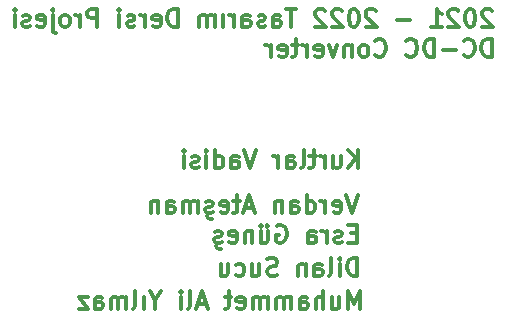
<source format=gbr>
G04 #@! TF.GenerationSoftware,KiCad,Pcbnew,(5.0.2)-1*
G04 #@! TF.CreationDate,2021-12-13T13:30:45+03:00*
G04 #@! TF.ProjectId,tasarim,74617361-7269-46d2-9e6b-696361645f70,rev?*
G04 #@! TF.SameCoordinates,Original*
G04 #@! TF.FileFunction,Legend,Bot*
G04 #@! TF.FilePolarity,Positive*
%FSLAX46Y46*%
G04 Gerber Fmt 4.6, Leading zero omitted, Abs format (unit mm)*
G04 Created by KiCad (PCBNEW (5.0.2)-1) date 13.12.2021 13:30:45*
%MOMM*%
%LPD*%
G01*
G04 APERTURE LIST*
%ADD10C,0.300000*%
G04 APERTURE END LIST*
D10*
X180477428Y-107104571D02*
X180477428Y-105604571D01*
X179977428Y-106676000D01*
X179477428Y-105604571D01*
X179477428Y-107104571D01*
X178120285Y-106104571D02*
X178120285Y-107104571D01*
X178763142Y-106104571D02*
X178763142Y-106890285D01*
X178691714Y-107033142D01*
X178548857Y-107104571D01*
X178334571Y-107104571D01*
X178191714Y-107033142D01*
X178120285Y-106961714D01*
X177406000Y-107104571D02*
X177406000Y-105604571D01*
X176763142Y-107104571D02*
X176763142Y-106318857D01*
X176834571Y-106176000D01*
X176977428Y-106104571D01*
X177191714Y-106104571D01*
X177334571Y-106176000D01*
X177406000Y-106247428D01*
X175406000Y-107104571D02*
X175406000Y-106318857D01*
X175477428Y-106176000D01*
X175620285Y-106104571D01*
X175906000Y-106104571D01*
X176048857Y-106176000D01*
X175406000Y-107033142D02*
X175548857Y-107104571D01*
X175906000Y-107104571D01*
X176048857Y-107033142D01*
X176120285Y-106890285D01*
X176120285Y-106747428D01*
X176048857Y-106604571D01*
X175906000Y-106533142D01*
X175548857Y-106533142D01*
X175406000Y-106461714D01*
X174691714Y-107104571D02*
X174691714Y-106104571D01*
X174691714Y-106247428D02*
X174620285Y-106176000D01*
X174477428Y-106104571D01*
X174263142Y-106104571D01*
X174120285Y-106176000D01*
X174048857Y-106318857D01*
X174048857Y-107104571D01*
X174048857Y-106318857D02*
X173977428Y-106176000D01*
X173834571Y-106104571D01*
X173620285Y-106104571D01*
X173477428Y-106176000D01*
X173406000Y-106318857D01*
X173406000Y-107104571D01*
X172691714Y-107104571D02*
X172691714Y-106104571D01*
X172691714Y-106247428D02*
X172620285Y-106176000D01*
X172477428Y-106104571D01*
X172263142Y-106104571D01*
X172120285Y-106176000D01*
X172048857Y-106318857D01*
X172048857Y-107104571D01*
X172048857Y-106318857D02*
X171977428Y-106176000D01*
X171834571Y-106104571D01*
X171620285Y-106104571D01*
X171477428Y-106176000D01*
X171406000Y-106318857D01*
X171406000Y-107104571D01*
X170120285Y-107033142D02*
X170263142Y-107104571D01*
X170548857Y-107104571D01*
X170691714Y-107033142D01*
X170763142Y-106890285D01*
X170763142Y-106318857D01*
X170691714Y-106176000D01*
X170548857Y-106104571D01*
X170263142Y-106104571D01*
X170120285Y-106176000D01*
X170048857Y-106318857D01*
X170048857Y-106461714D01*
X170763142Y-106604571D01*
X169620285Y-106104571D02*
X169048857Y-106104571D01*
X169406000Y-105604571D02*
X169406000Y-106890285D01*
X169334571Y-107033142D01*
X169191714Y-107104571D01*
X169048857Y-107104571D01*
X167477428Y-106676000D02*
X166763142Y-106676000D01*
X167620285Y-107104571D02*
X167120285Y-105604571D01*
X166620285Y-107104571D01*
X165906000Y-107104571D02*
X166048857Y-107033142D01*
X166120285Y-106890285D01*
X166120285Y-105604571D01*
X165334571Y-107104571D02*
X165334571Y-106104571D01*
X165334571Y-105604571D02*
X165406000Y-105676000D01*
X165334571Y-105747428D01*
X165263142Y-105676000D01*
X165334571Y-105604571D01*
X165334571Y-105747428D01*
X163191714Y-106390285D02*
X163191714Y-107104571D01*
X163691714Y-105604571D02*
X163191714Y-106390285D01*
X162691714Y-105604571D01*
X162191714Y-107104571D02*
X162191714Y-106104571D01*
X161263142Y-107104571D02*
X161406000Y-107033142D01*
X161477428Y-106890285D01*
X161477428Y-105604571D01*
X160691714Y-107104571D02*
X160691714Y-106104571D01*
X160691714Y-106247428D02*
X160620285Y-106176000D01*
X160477428Y-106104571D01*
X160263142Y-106104571D01*
X160120285Y-106176000D01*
X160048857Y-106318857D01*
X160048857Y-107104571D01*
X160048857Y-106318857D02*
X159977428Y-106176000D01*
X159834571Y-106104571D01*
X159620285Y-106104571D01*
X159477428Y-106176000D01*
X159406000Y-106318857D01*
X159406000Y-107104571D01*
X158048857Y-107104571D02*
X158048857Y-106318857D01*
X158120285Y-106176000D01*
X158263142Y-106104571D01*
X158548857Y-106104571D01*
X158691714Y-106176000D01*
X158048857Y-107033142D02*
X158191714Y-107104571D01*
X158548857Y-107104571D01*
X158691714Y-107033142D01*
X158763142Y-106890285D01*
X158763142Y-106747428D01*
X158691714Y-106604571D01*
X158548857Y-106533142D01*
X158191714Y-106533142D01*
X158048857Y-106461714D01*
X157477428Y-106104571D02*
X156691714Y-106104571D01*
X157477428Y-107104571D01*
X156691714Y-107104571D01*
X180283714Y-104310571D02*
X180283714Y-102810571D01*
X179926571Y-102810571D01*
X179712285Y-102882000D01*
X179569428Y-103024857D01*
X179498000Y-103167714D01*
X179426571Y-103453428D01*
X179426571Y-103667714D01*
X179498000Y-103953428D01*
X179569428Y-104096285D01*
X179712285Y-104239142D01*
X179926571Y-104310571D01*
X180283714Y-104310571D01*
X178783714Y-104310571D02*
X178783714Y-103310571D01*
X178783714Y-102810571D02*
X178855142Y-102882000D01*
X178783714Y-102953428D01*
X178712285Y-102882000D01*
X178783714Y-102810571D01*
X178783714Y-102953428D01*
X177855142Y-104310571D02*
X177998000Y-104239142D01*
X178069428Y-104096285D01*
X178069428Y-102810571D01*
X176640857Y-104310571D02*
X176640857Y-103524857D01*
X176712285Y-103382000D01*
X176855142Y-103310571D01*
X177140857Y-103310571D01*
X177283714Y-103382000D01*
X176640857Y-104239142D02*
X176783714Y-104310571D01*
X177140857Y-104310571D01*
X177283714Y-104239142D01*
X177355142Y-104096285D01*
X177355142Y-103953428D01*
X177283714Y-103810571D01*
X177140857Y-103739142D01*
X176783714Y-103739142D01*
X176640857Y-103667714D01*
X175926571Y-103310571D02*
X175926571Y-104310571D01*
X175926571Y-103453428D02*
X175855142Y-103382000D01*
X175712285Y-103310571D01*
X175498000Y-103310571D01*
X175355142Y-103382000D01*
X175283714Y-103524857D01*
X175283714Y-104310571D01*
X173498000Y-104239142D02*
X173283714Y-104310571D01*
X172926571Y-104310571D01*
X172783714Y-104239142D01*
X172712285Y-104167714D01*
X172640857Y-104024857D01*
X172640857Y-103882000D01*
X172712285Y-103739142D01*
X172783714Y-103667714D01*
X172926571Y-103596285D01*
X173212285Y-103524857D01*
X173355142Y-103453428D01*
X173426571Y-103382000D01*
X173498000Y-103239142D01*
X173498000Y-103096285D01*
X173426571Y-102953428D01*
X173355142Y-102882000D01*
X173212285Y-102810571D01*
X172855142Y-102810571D01*
X172640857Y-102882000D01*
X171355142Y-103310571D02*
X171355142Y-104310571D01*
X171998000Y-103310571D02*
X171998000Y-104096285D01*
X171926571Y-104239142D01*
X171783714Y-104310571D01*
X171569428Y-104310571D01*
X171426571Y-104239142D01*
X171355142Y-104167714D01*
X169998000Y-104239142D02*
X170140857Y-104310571D01*
X170426571Y-104310571D01*
X170569428Y-104239142D01*
X170640857Y-104167714D01*
X170712285Y-104024857D01*
X170712285Y-103596285D01*
X170640857Y-103453428D01*
X170569428Y-103382000D01*
X170426571Y-103310571D01*
X170140857Y-103310571D01*
X169998000Y-103382000D01*
X168712285Y-103310571D02*
X168712285Y-104310571D01*
X169355142Y-103310571D02*
X169355142Y-104096285D01*
X169283714Y-104239142D01*
X169140857Y-104310571D01*
X168926571Y-104310571D01*
X168783714Y-104239142D01*
X168712285Y-104167714D01*
X180244000Y-100730857D02*
X179744000Y-100730857D01*
X179529714Y-101516571D02*
X180244000Y-101516571D01*
X180244000Y-100016571D01*
X179529714Y-100016571D01*
X178958285Y-101445142D02*
X178815428Y-101516571D01*
X178529714Y-101516571D01*
X178386857Y-101445142D01*
X178315428Y-101302285D01*
X178315428Y-101230857D01*
X178386857Y-101088000D01*
X178529714Y-101016571D01*
X178744000Y-101016571D01*
X178886857Y-100945142D01*
X178958285Y-100802285D01*
X178958285Y-100730857D01*
X178886857Y-100588000D01*
X178744000Y-100516571D01*
X178529714Y-100516571D01*
X178386857Y-100588000D01*
X177672571Y-101516571D02*
X177672571Y-100516571D01*
X177672571Y-100802285D02*
X177601142Y-100659428D01*
X177529714Y-100588000D01*
X177386857Y-100516571D01*
X177244000Y-100516571D01*
X176101142Y-101516571D02*
X176101142Y-100730857D01*
X176172571Y-100588000D01*
X176315428Y-100516571D01*
X176601142Y-100516571D01*
X176744000Y-100588000D01*
X176101142Y-101445142D02*
X176244000Y-101516571D01*
X176601142Y-101516571D01*
X176744000Y-101445142D01*
X176815428Y-101302285D01*
X176815428Y-101159428D01*
X176744000Y-101016571D01*
X176601142Y-100945142D01*
X176244000Y-100945142D01*
X176101142Y-100873714D01*
X173458285Y-100088000D02*
X173601142Y-100016571D01*
X173815428Y-100016571D01*
X174029714Y-100088000D01*
X174172571Y-100230857D01*
X174244000Y-100373714D01*
X174315428Y-100659428D01*
X174315428Y-100873714D01*
X174244000Y-101159428D01*
X174172571Y-101302285D01*
X174029714Y-101445142D01*
X173815428Y-101516571D01*
X173672571Y-101516571D01*
X173458285Y-101445142D01*
X173386857Y-101373714D01*
X173386857Y-100873714D01*
X173672571Y-100873714D01*
X172101142Y-100516571D02*
X172101142Y-101516571D01*
X172744000Y-100516571D02*
X172744000Y-101302285D01*
X172672571Y-101445142D01*
X172529714Y-101516571D01*
X172315428Y-101516571D01*
X172172571Y-101445142D01*
X172101142Y-101373714D01*
X172672571Y-100016571D02*
X172601142Y-100088000D01*
X172672571Y-100159428D01*
X172744000Y-100088000D01*
X172672571Y-100016571D01*
X172672571Y-100159428D01*
X172101142Y-100016571D02*
X172029714Y-100088000D01*
X172101142Y-100159428D01*
X172172571Y-100088000D01*
X172101142Y-100016571D01*
X172101142Y-100159428D01*
X171386857Y-100516571D02*
X171386857Y-101516571D01*
X171386857Y-100659428D02*
X171315428Y-100588000D01*
X171172571Y-100516571D01*
X170958285Y-100516571D01*
X170815428Y-100588000D01*
X170744000Y-100730857D01*
X170744000Y-101516571D01*
X169458285Y-101445142D02*
X169601142Y-101516571D01*
X169886857Y-101516571D01*
X170029714Y-101445142D01*
X170101142Y-101302285D01*
X170101142Y-100730857D01*
X170029714Y-100588000D01*
X169886857Y-100516571D01*
X169601142Y-100516571D01*
X169458285Y-100588000D01*
X169386857Y-100730857D01*
X169386857Y-100873714D01*
X170101142Y-101016571D01*
X168815428Y-101445142D02*
X168672571Y-101516571D01*
X168386857Y-101516571D01*
X168244000Y-101445142D01*
X168172571Y-101302285D01*
X168172571Y-101230857D01*
X168244000Y-101088000D01*
X168386857Y-101016571D01*
X168601142Y-101016571D01*
X168744000Y-100945142D01*
X168815428Y-100802285D01*
X168815428Y-100730857D01*
X168744000Y-100588000D01*
X168601142Y-100516571D01*
X168386857Y-100516571D01*
X168244000Y-100588000D01*
X168529714Y-101588000D02*
X168386857Y-101659428D01*
X168315428Y-101802285D01*
X168386857Y-101945142D01*
X168529714Y-102016571D01*
X168744000Y-102016571D01*
X180342857Y-97476571D02*
X179842857Y-98976571D01*
X179342857Y-97476571D01*
X178271428Y-98905142D02*
X178414285Y-98976571D01*
X178700000Y-98976571D01*
X178842857Y-98905142D01*
X178914285Y-98762285D01*
X178914285Y-98190857D01*
X178842857Y-98048000D01*
X178700000Y-97976571D01*
X178414285Y-97976571D01*
X178271428Y-98048000D01*
X178200000Y-98190857D01*
X178200000Y-98333714D01*
X178914285Y-98476571D01*
X177557142Y-98976571D02*
X177557142Y-97976571D01*
X177557142Y-98262285D02*
X177485714Y-98119428D01*
X177414285Y-98048000D01*
X177271428Y-97976571D01*
X177128571Y-97976571D01*
X175985714Y-98976571D02*
X175985714Y-97476571D01*
X175985714Y-98905142D02*
X176128571Y-98976571D01*
X176414285Y-98976571D01*
X176557142Y-98905142D01*
X176628571Y-98833714D01*
X176700000Y-98690857D01*
X176700000Y-98262285D01*
X176628571Y-98119428D01*
X176557142Y-98048000D01*
X176414285Y-97976571D01*
X176128571Y-97976571D01*
X175985714Y-98048000D01*
X174628571Y-98976571D02*
X174628571Y-98190857D01*
X174700000Y-98048000D01*
X174842857Y-97976571D01*
X175128571Y-97976571D01*
X175271428Y-98048000D01*
X174628571Y-98905142D02*
X174771428Y-98976571D01*
X175128571Y-98976571D01*
X175271428Y-98905142D01*
X175342857Y-98762285D01*
X175342857Y-98619428D01*
X175271428Y-98476571D01*
X175128571Y-98405142D01*
X174771428Y-98405142D01*
X174628571Y-98333714D01*
X173914285Y-97976571D02*
X173914285Y-98976571D01*
X173914285Y-98119428D02*
X173842857Y-98048000D01*
X173700000Y-97976571D01*
X173485714Y-97976571D01*
X173342857Y-98048000D01*
X173271428Y-98190857D01*
X173271428Y-98976571D01*
X171485714Y-98548000D02*
X170771428Y-98548000D01*
X171628571Y-98976571D02*
X171128571Y-97476571D01*
X170628571Y-98976571D01*
X170342857Y-97976571D02*
X169771428Y-97976571D01*
X170128571Y-97476571D02*
X170128571Y-98762285D01*
X170057142Y-98905142D01*
X169914285Y-98976571D01*
X169771428Y-98976571D01*
X168700000Y-98905142D02*
X168842857Y-98976571D01*
X169128571Y-98976571D01*
X169271428Y-98905142D01*
X169342857Y-98762285D01*
X169342857Y-98190857D01*
X169271428Y-98048000D01*
X169128571Y-97976571D01*
X168842857Y-97976571D01*
X168700000Y-98048000D01*
X168628571Y-98190857D01*
X168628571Y-98333714D01*
X169342857Y-98476571D01*
X168057142Y-98905142D02*
X167914285Y-98976571D01*
X167628571Y-98976571D01*
X167485714Y-98905142D01*
X167414285Y-98762285D01*
X167414285Y-98690857D01*
X167485714Y-98548000D01*
X167628571Y-98476571D01*
X167842857Y-98476571D01*
X167985714Y-98405142D01*
X168057142Y-98262285D01*
X168057142Y-98190857D01*
X167985714Y-98048000D01*
X167842857Y-97976571D01*
X167628571Y-97976571D01*
X167485714Y-98048000D01*
X167771428Y-99048000D02*
X167628571Y-99119428D01*
X167557142Y-99262285D01*
X167628571Y-99405142D01*
X167771428Y-99476571D01*
X167985714Y-99476571D01*
X166771428Y-98976571D02*
X166771428Y-97976571D01*
X166771428Y-98119428D02*
X166700000Y-98048000D01*
X166557142Y-97976571D01*
X166342857Y-97976571D01*
X166200000Y-98048000D01*
X166128571Y-98190857D01*
X166128571Y-98976571D01*
X166128571Y-98190857D02*
X166057142Y-98048000D01*
X165914285Y-97976571D01*
X165700000Y-97976571D01*
X165557142Y-98048000D01*
X165485714Y-98190857D01*
X165485714Y-98976571D01*
X164128571Y-98976571D02*
X164128571Y-98190857D01*
X164200000Y-98048000D01*
X164342857Y-97976571D01*
X164628571Y-97976571D01*
X164771428Y-98048000D01*
X164128571Y-98905142D02*
X164271428Y-98976571D01*
X164628571Y-98976571D01*
X164771428Y-98905142D01*
X164842857Y-98762285D01*
X164842857Y-98619428D01*
X164771428Y-98476571D01*
X164628571Y-98405142D01*
X164271428Y-98405142D01*
X164128571Y-98333714D01*
X163414285Y-97976571D02*
X163414285Y-98976571D01*
X163414285Y-98119428D02*
X163342857Y-98048000D01*
X163200000Y-97976571D01*
X162985714Y-97976571D01*
X162842857Y-98048000D01*
X162771428Y-98190857D01*
X162771428Y-98976571D01*
X191645714Y-85768571D02*
X191645714Y-84268571D01*
X191288571Y-84268571D01*
X191074285Y-84340000D01*
X190931428Y-84482857D01*
X190860000Y-84625714D01*
X190788571Y-84911428D01*
X190788571Y-85125714D01*
X190860000Y-85411428D01*
X190931428Y-85554285D01*
X191074285Y-85697142D01*
X191288571Y-85768571D01*
X191645714Y-85768571D01*
X189288571Y-85625714D02*
X189360000Y-85697142D01*
X189574285Y-85768571D01*
X189717142Y-85768571D01*
X189931428Y-85697142D01*
X190074285Y-85554285D01*
X190145714Y-85411428D01*
X190217142Y-85125714D01*
X190217142Y-84911428D01*
X190145714Y-84625714D01*
X190074285Y-84482857D01*
X189931428Y-84340000D01*
X189717142Y-84268571D01*
X189574285Y-84268571D01*
X189360000Y-84340000D01*
X189288571Y-84411428D01*
X188645714Y-85197142D02*
X187502857Y-85197142D01*
X186788571Y-85768571D02*
X186788571Y-84268571D01*
X186431428Y-84268571D01*
X186217142Y-84340000D01*
X186074285Y-84482857D01*
X186002857Y-84625714D01*
X185931428Y-84911428D01*
X185931428Y-85125714D01*
X186002857Y-85411428D01*
X186074285Y-85554285D01*
X186217142Y-85697142D01*
X186431428Y-85768571D01*
X186788571Y-85768571D01*
X184431428Y-85625714D02*
X184502857Y-85697142D01*
X184717142Y-85768571D01*
X184860000Y-85768571D01*
X185074285Y-85697142D01*
X185217142Y-85554285D01*
X185288571Y-85411428D01*
X185360000Y-85125714D01*
X185360000Y-84911428D01*
X185288571Y-84625714D01*
X185217142Y-84482857D01*
X185074285Y-84340000D01*
X184860000Y-84268571D01*
X184717142Y-84268571D01*
X184502857Y-84340000D01*
X184431428Y-84411428D01*
X181788571Y-85625714D02*
X181860000Y-85697142D01*
X182074285Y-85768571D01*
X182217142Y-85768571D01*
X182431428Y-85697142D01*
X182574285Y-85554285D01*
X182645714Y-85411428D01*
X182717142Y-85125714D01*
X182717142Y-84911428D01*
X182645714Y-84625714D01*
X182574285Y-84482857D01*
X182431428Y-84340000D01*
X182217142Y-84268571D01*
X182074285Y-84268571D01*
X181860000Y-84340000D01*
X181788571Y-84411428D01*
X180931428Y-85768571D02*
X181074285Y-85697142D01*
X181145714Y-85625714D01*
X181217142Y-85482857D01*
X181217142Y-85054285D01*
X181145714Y-84911428D01*
X181074285Y-84840000D01*
X180931428Y-84768571D01*
X180717142Y-84768571D01*
X180574285Y-84840000D01*
X180502857Y-84911428D01*
X180431428Y-85054285D01*
X180431428Y-85482857D01*
X180502857Y-85625714D01*
X180574285Y-85697142D01*
X180717142Y-85768571D01*
X180931428Y-85768571D01*
X179788571Y-84768571D02*
X179788571Y-85768571D01*
X179788571Y-84911428D02*
X179717142Y-84840000D01*
X179574285Y-84768571D01*
X179360000Y-84768571D01*
X179217142Y-84840000D01*
X179145714Y-84982857D01*
X179145714Y-85768571D01*
X178574285Y-84768571D02*
X178217142Y-85768571D01*
X177860000Y-84768571D01*
X176717142Y-85697142D02*
X176860000Y-85768571D01*
X177145714Y-85768571D01*
X177288571Y-85697142D01*
X177360000Y-85554285D01*
X177360000Y-84982857D01*
X177288571Y-84840000D01*
X177145714Y-84768571D01*
X176860000Y-84768571D01*
X176717142Y-84840000D01*
X176645714Y-84982857D01*
X176645714Y-85125714D01*
X177360000Y-85268571D01*
X176002857Y-85768571D02*
X176002857Y-84768571D01*
X176002857Y-85054285D02*
X175931428Y-84911428D01*
X175860000Y-84840000D01*
X175717142Y-84768571D01*
X175574285Y-84768571D01*
X175288571Y-84768571D02*
X174717142Y-84768571D01*
X175074285Y-84268571D02*
X175074285Y-85554285D01*
X175002857Y-85697142D01*
X174860000Y-85768571D01*
X174717142Y-85768571D01*
X173645714Y-85697142D02*
X173788571Y-85768571D01*
X174074285Y-85768571D01*
X174217142Y-85697142D01*
X174288571Y-85554285D01*
X174288571Y-84982857D01*
X174217142Y-84840000D01*
X174074285Y-84768571D01*
X173788571Y-84768571D01*
X173645714Y-84840000D01*
X173574285Y-84982857D01*
X173574285Y-85125714D01*
X174288571Y-85268571D01*
X172931428Y-85768571D02*
X172931428Y-84768571D01*
X172931428Y-85054285D02*
X172860000Y-84911428D01*
X172788571Y-84840000D01*
X172645714Y-84768571D01*
X172502857Y-84768571D01*
X191700000Y-81871428D02*
X191628571Y-81800000D01*
X191485714Y-81728571D01*
X191128571Y-81728571D01*
X190985714Y-81800000D01*
X190914285Y-81871428D01*
X190842857Y-82014285D01*
X190842857Y-82157142D01*
X190914285Y-82371428D01*
X191771428Y-83228571D01*
X190842857Y-83228571D01*
X189914285Y-81728571D02*
X189771428Y-81728571D01*
X189628571Y-81800000D01*
X189557142Y-81871428D01*
X189485714Y-82014285D01*
X189414285Y-82300000D01*
X189414285Y-82657142D01*
X189485714Y-82942857D01*
X189557142Y-83085714D01*
X189628571Y-83157142D01*
X189771428Y-83228571D01*
X189914285Y-83228571D01*
X190057142Y-83157142D01*
X190128571Y-83085714D01*
X190200000Y-82942857D01*
X190271428Y-82657142D01*
X190271428Y-82300000D01*
X190200000Y-82014285D01*
X190128571Y-81871428D01*
X190057142Y-81800000D01*
X189914285Y-81728571D01*
X188842857Y-81871428D02*
X188771428Y-81800000D01*
X188628571Y-81728571D01*
X188271428Y-81728571D01*
X188128571Y-81800000D01*
X188057142Y-81871428D01*
X187985714Y-82014285D01*
X187985714Y-82157142D01*
X188057142Y-82371428D01*
X188914285Y-83228571D01*
X187985714Y-83228571D01*
X186557142Y-83228571D02*
X187414285Y-83228571D01*
X186985714Y-83228571D02*
X186985714Y-81728571D01*
X187128571Y-81942857D01*
X187271428Y-82085714D01*
X187414285Y-82157142D01*
X184771428Y-82657142D02*
X183628571Y-82657142D01*
X181842857Y-81871428D02*
X181771428Y-81800000D01*
X181628571Y-81728571D01*
X181271428Y-81728571D01*
X181128571Y-81800000D01*
X181057142Y-81871428D01*
X180985714Y-82014285D01*
X180985714Y-82157142D01*
X181057142Y-82371428D01*
X181914285Y-83228571D01*
X180985714Y-83228571D01*
X180057142Y-81728571D02*
X179914285Y-81728571D01*
X179771428Y-81800000D01*
X179700000Y-81871428D01*
X179628571Y-82014285D01*
X179557142Y-82300000D01*
X179557142Y-82657142D01*
X179628571Y-82942857D01*
X179700000Y-83085714D01*
X179771428Y-83157142D01*
X179914285Y-83228571D01*
X180057142Y-83228571D01*
X180200000Y-83157142D01*
X180271428Y-83085714D01*
X180342857Y-82942857D01*
X180414285Y-82657142D01*
X180414285Y-82300000D01*
X180342857Y-82014285D01*
X180271428Y-81871428D01*
X180200000Y-81800000D01*
X180057142Y-81728571D01*
X178985714Y-81871428D02*
X178914285Y-81800000D01*
X178771428Y-81728571D01*
X178414285Y-81728571D01*
X178271428Y-81800000D01*
X178200000Y-81871428D01*
X178128571Y-82014285D01*
X178128571Y-82157142D01*
X178200000Y-82371428D01*
X179057142Y-83228571D01*
X178128571Y-83228571D01*
X177557142Y-81871428D02*
X177485714Y-81800000D01*
X177342857Y-81728571D01*
X176985714Y-81728571D01*
X176842857Y-81800000D01*
X176771428Y-81871428D01*
X176700000Y-82014285D01*
X176700000Y-82157142D01*
X176771428Y-82371428D01*
X177628571Y-83228571D01*
X176700000Y-83228571D01*
X175128571Y-81728571D02*
X174271428Y-81728571D01*
X174700000Y-83228571D02*
X174700000Y-81728571D01*
X173128571Y-83228571D02*
X173128571Y-82442857D01*
X173200000Y-82300000D01*
X173342857Y-82228571D01*
X173628571Y-82228571D01*
X173771428Y-82300000D01*
X173128571Y-83157142D02*
X173271428Y-83228571D01*
X173628571Y-83228571D01*
X173771428Y-83157142D01*
X173842857Y-83014285D01*
X173842857Y-82871428D01*
X173771428Y-82728571D01*
X173628571Y-82657142D01*
X173271428Y-82657142D01*
X173128571Y-82585714D01*
X172485714Y-83157142D02*
X172342857Y-83228571D01*
X172057142Y-83228571D01*
X171914285Y-83157142D01*
X171842857Y-83014285D01*
X171842857Y-82942857D01*
X171914285Y-82800000D01*
X172057142Y-82728571D01*
X172271428Y-82728571D01*
X172414285Y-82657142D01*
X172485714Y-82514285D01*
X172485714Y-82442857D01*
X172414285Y-82300000D01*
X172271428Y-82228571D01*
X172057142Y-82228571D01*
X171914285Y-82300000D01*
X170557142Y-83228571D02*
X170557142Y-82442857D01*
X170628571Y-82300000D01*
X170771428Y-82228571D01*
X171057142Y-82228571D01*
X171200000Y-82300000D01*
X170557142Y-83157142D02*
X170700000Y-83228571D01*
X171057142Y-83228571D01*
X171200000Y-83157142D01*
X171271428Y-83014285D01*
X171271428Y-82871428D01*
X171200000Y-82728571D01*
X171057142Y-82657142D01*
X170700000Y-82657142D01*
X170557142Y-82585714D01*
X169842857Y-83228571D02*
X169842857Y-82228571D01*
X169842857Y-82514285D02*
X169771428Y-82371428D01*
X169700000Y-82300000D01*
X169557142Y-82228571D01*
X169414285Y-82228571D01*
X168914285Y-83228571D02*
X168914285Y-82228571D01*
X168200000Y-83228571D02*
X168200000Y-82228571D01*
X168200000Y-82371428D02*
X168128571Y-82300000D01*
X167985714Y-82228571D01*
X167771428Y-82228571D01*
X167628571Y-82300000D01*
X167557142Y-82442857D01*
X167557142Y-83228571D01*
X167557142Y-82442857D02*
X167485714Y-82300000D01*
X167342857Y-82228571D01*
X167128571Y-82228571D01*
X166985714Y-82300000D01*
X166914285Y-82442857D01*
X166914285Y-83228571D01*
X165057142Y-83228571D02*
X165057142Y-81728571D01*
X164700000Y-81728571D01*
X164485714Y-81800000D01*
X164342857Y-81942857D01*
X164271428Y-82085714D01*
X164200000Y-82371428D01*
X164200000Y-82585714D01*
X164271428Y-82871428D01*
X164342857Y-83014285D01*
X164485714Y-83157142D01*
X164700000Y-83228571D01*
X165057142Y-83228571D01*
X162985714Y-83157142D02*
X163128571Y-83228571D01*
X163414285Y-83228571D01*
X163557142Y-83157142D01*
X163628571Y-83014285D01*
X163628571Y-82442857D01*
X163557142Y-82300000D01*
X163414285Y-82228571D01*
X163128571Y-82228571D01*
X162985714Y-82300000D01*
X162914285Y-82442857D01*
X162914285Y-82585714D01*
X163628571Y-82728571D01*
X162271428Y-83228571D02*
X162271428Y-82228571D01*
X162271428Y-82514285D02*
X162200000Y-82371428D01*
X162128571Y-82300000D01*
X161985714Y-82228571D01*
X161842857Y-82228571D01*
X161414285Y-83157142D02*
X161271428Y-83228571D01*
X160985714Y-83228571D01*
X160842857Y-83157142D01*
X160771428Y-83014285D01*
X160771428Y-82942857D01*
X160842857Y-82800000D01*
X160985714Y-82728571D01*
X161200000Y-82728571D01*
X161342857Y-82657142D01*
X161414285Y-82514285D01*
X161414285Y-82442857D01*
X161342857Y-82300000D01*
X161200000Y-82228571D01*
X160985714Y-82228571D01*
X160842857Y-82300000D01*
X160128571Y-83228571D02*
X160128571Y-82228571D01*
X160128571Y-81728571D02*
X160200000Y-81800000D01*
X160128571Y-81871428D01*
X160057142Y-81800000D01*
X160128571Y-81728571D01*
X160128571Y-81871428D01*
X158271428Y-83228571D02*
X158271428Y-81728571D01*
X157700000Y-81728571D01*
X157557142Y-81800000D01*
X157485714Y-81871428D01*
X157414285Y-82014285D01*
X157414285Y-82228571D01*
X157485714Y-82371428D01*
X157557142Y-82442857D01*
X157700000Y-82514285D01*
X158271428Y-82514285D01*
X156771428Y-83228571D02*
X156771428Y-82228571D01*
X156771428Y-82514285D02*
X156700000Y-82371428D01*
X156628571Y-82300000D01*
X156485714Y-82228571D01*
X156342857Y-82228571D01*
X155628571Y-83228571D02*
X155771428Y-83157142D01*
X155842857Y-83085714D01*
X155914285Y-82942857D01*
X155914285Y-82514285D01*
X155842857Y-82371428D01*
X155771428Y-82300000D01*
X155628571Y-82228571D01*
X155414285Y-82228571D01*
X155271428Y-82300000D01*
X155200000Y-82371428D01*
X155128571Y-82514285D01*
X155128571Y-82942857D01*
X155200000Y-83085714D01*
X155271428Y-83157142D01*
X155414285Y-83228571D01*
X155628571Y-83228571D01*
X154485714Y-82228571D02*
X154485714Y-83514285D01*
X154557142Y-83657142D01*
X154700000Y-83728571D01*
X154771428Y-83728571D01*
X154485714Y-81728571D02*
X154557142Y-81800000D01*
X154485714Y-81871428D01*
X154414285Y-81800000D01*
X154485714Y-81728571D01*
X154485714Y-81871428D01*
X153200000Y-83157142D02*
X153342857Y-83228571D01*
X153628571Y-83228571D01*
X153771428Y-83157142D01*
X153842857Y-83014285D01*
X153842857Y-82442857D01*
X153771428Y-82300000D01*
X153628571Y-82228571D01*
X153342857Y-82228571D01*
X153200000Y-82300000D01*
X153128571Y-82442857D01*
X153128571Y-82585714D01*
X153842857Y-82728571D01*
X152557142Y-83157142D02*
X152414285Y-83228571D01*
X152128571Y-83228571D01*
X151985714Y-83157142D01*
X151914285Y-83014285D01*
X151914285Y-82942857D01*
X151985714Y-82800000D01*
X152128571Y-82728571D01*
X152342857Y-82728571D01*
X152485714Y-82657142D01*
X152557142Y-82514285D01*
X152557142Y-82442857D01*
X152485714Y-82300000D01*
X152342857Y-82228571D01*
X152128571Y-82228571D01*
X151985714Y-82300000D01*
X151271428Y-83228571D02*
X151271428Y-82228571D01*
X151271428Y-81728571D02*
X151342857Y-81800000D01*
X151271428Y-81871428D01*
X151200000Y-81800000D01*
X151271428Y-81728571D01*
X151271428Y-81871428D01*
X180366857Y-95166571D02*
X180366857Y-93666571D01*
X179509714Y-95166571D02*
X180152571Y-94309428D01*
X179509714Y-93666571D02*
X180366857Y-94523714D01*
X178224000Y-94166571D02*
X178224000Y-95166571D01*
X178866857Y-94166571D02*
X178866857Y-94952285D01*
X178795428Y-95095142D01*
X178652571Y-95166571D01*
X178438285Y-95166571D01*
X178295428Y-95095142D01*
X178224000Y-95023714D01*
X177509714Y-95166571D02*
X177509714Y-94166571D01*
X177509714Y-94452285D02*
X177438285Y-94309428D01*
X177366857Y-94238000D01*
X177224000Y-94166571D01*
X177081142Y-94166571D01*
X176795428Y-94166571D02*
X176224000Y-94166571D01*
X176581142Y-93666571D02*
X176581142Y-94952285D01*
X176509714Y-95095142D01*
X176366857Y-95166571D01*
X176224000Y-95166571D01*
X175509714Y-95166571D02*
X175652571Y-95095142D01*
X175724000Y-94952285D01*
X175724000Y-93666571D01*
X174295428Y-95166571D02*
X174295428Y-94380857D01*
X174366857Y-94238000D01*
X174509714Y-94166571D01*
X174795428Y-94166571D01*
X174938285Y-94238000D01*
X174295428Y-95095142D02*
X174438285Y-95166571D01*
X174795428Y-95166571D01*
X174938285Y-95095142D01*
X175009714Y-94952285D01*
X175009714Y-94809428D01*
X174938285Y-94666571D01*
X174795428Y-94595142D01*
X174438285Y-94595142D01*
X174295428Y-94523714D01*
X173581142Y-95166571D02*
X173581142Y-94166571D01*
X173581142Y-94452285D02*
X173509714Y-94309428D01*
X173438285Y-94238000D01*
X173295428Y-94166571D01*
X173152571Y-94166571D01*
X171724000Y-93666571D02*
X171224000Y-95166571D01*
X170724000Y-93666571D01*
X169581142Y-95166571D02*
X169581142Y-94380857D01*
X169652571Y-94238000D01*
X169795428Y-94166571D01*
X170081142Y-94166571D01*
X170224000Y-94238000D01*
X169581142Y-95095142D02*
X169724000Y-95166571D01*
X170081142Y-95166571D01*
X170224000Y-95095142D01*
X170295428Y-94952285D01*
X170295428Y-94809428D01*
X170224000Y-94666571D01*
X170081142Y-94595142D01*
X169724000Y-94595142D01*
X169581142Y-94523714D01*
X168224000Y-95166571D02*
X168224000Y-93666571D01*
X168224000Y-95095142D02*
X168366857Y-95166571D01*
X168652571Y-95166571D01*
X168795428Y-95095142D01*
X168866857Y-95023714D01*
X168938285Y-94880857D01*
X168938285Y-94452285D01*
X168866857Y-94309428D01*
X168795428Y-94238000D01*
X168652571Y-94166571D01*
X168366857Y-94166571D01*
X168224000Y-94238000D01*
X167509714Y-95166571D02*
X167509714Y-94166571D01*
X167509714Y-93666571D02*
X167581142Y-93738000D01*
X167509714Y-93809428D01*
X167438285Y-93738000D01*
X167509714Y-93666571D01*
X167509714Y-93809428D01*
X166866857Y-95095142D02*
X166724000Y-95166571D01*
X166438285Y-95166571D01*
X166295428Y-95095142D01*
X166224000Y-94952285D01*
X166224000Y-94880857D01*
X166295428Y-94738000D01*
X166438285Y-94666571D01*
X166652571Y-94666571D01*
X166795428Y-94595142D01*
X166866857Y-94452285D01*
X166866857Y-94380857D01*
X166795428Y-94238000D01*
X166652571Y-94166571D01*
X166438285Y-94166571D01*
X166295428Y-94238000D01*
X165581142Y-95166571D02*
X165581142Y-94166571D01*
X165581142Y-93666571D02*
X165652571Y-93738000D01*
X165581142Y-93809428D01*
X165509714Y-93738000D01*
X165581142Y-93666571D01*
X165581142Y-93809428D01*
M02*

</source>
